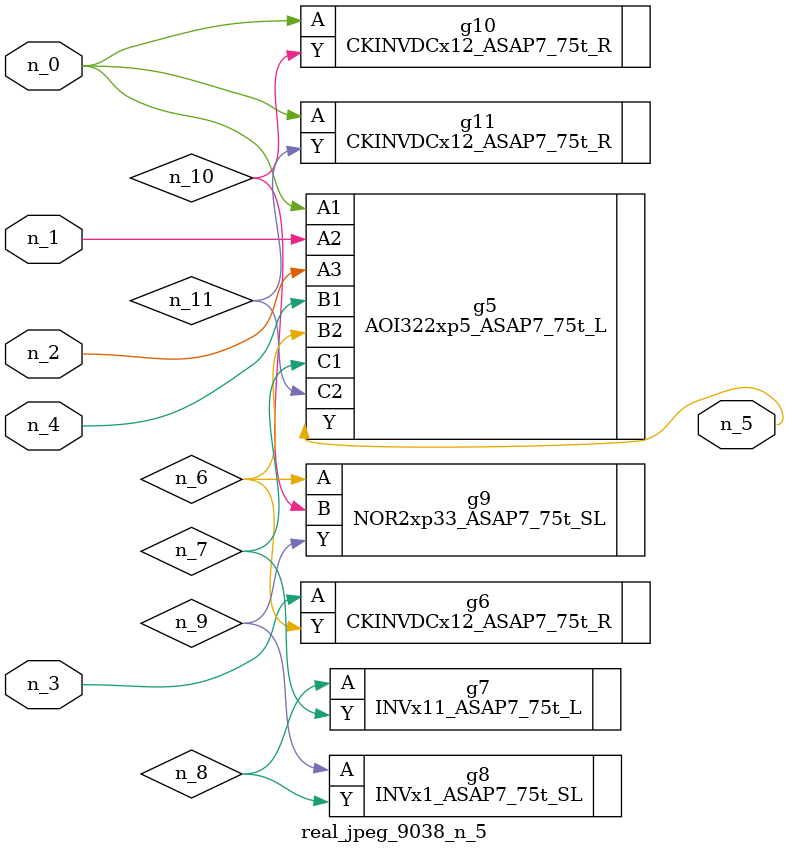
<source format=v>
module real_jpeg_9038_n_5 (n_4, n_0, n_1, n_2, n_3, n_5);

input n_4;
input n_0;
input n_1;
input n_2;
input n_3;

output n_5;

wire n_8;
wire n_11;
wire n_6;
wire n_7;
wire n_10;
wire n_9;

AOI322xp5_ASAP7_75t_L g5 ( 
.A1(n_0),
.A2(n_1),
.A3(n_2),
.B1(n_4),
.B2(n_6),
.C1(n_7),
.C2(n_11),
.Y(n_5)
);

CKINVDCx12_ASAP7_75t_R g10 ( 
.A(n_0),
.Y(n_10)
);

CKINVDCx12_ASAP7_75t_R g11 ( 
.A(n_0),
.Y(n_11)
);

CKINVDCx12_ASAP7_75t_R g6 ( 
.A(n_3),
.Y(n_6)
);

NOR2xp33_ASAP7_75t_SL g9 ( 
.A(n_6),
.B(n_10),
.Y(n_9)
);

INVx11_ASAP7_75t_L g7 ( 
.A(n_8),
.Y(n_7)
);

INVx1_ASAP7_75t_SL g8 ( 
.A(n_9),
.Y(n_8)
);


endmodule
</source>
